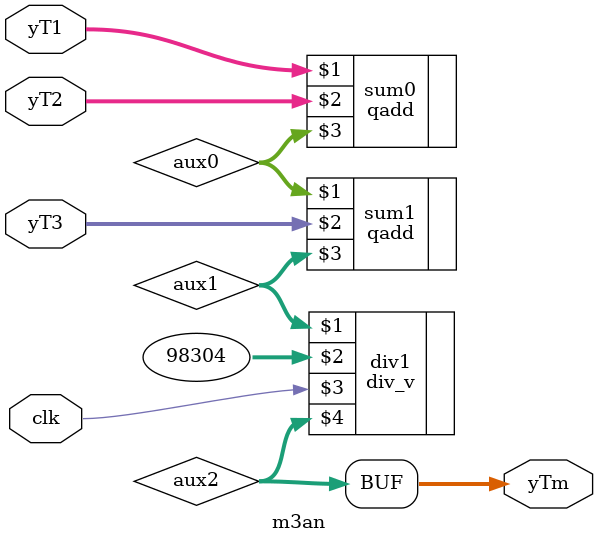
<source format=sv>
`timescale 1ns / 1ps

module m3an(
    clk,
    yT1,
    yT2,
    yT3,
    yTm
    );

//Entradas
input logic clk;
input logic [N-1:0] yT1;
input logic [N-1:0] yT2;
input logic [N-1:0] yT3;

// Salida
output logic [N-1:0] yTm;

// Parámetros 
parameter Q = 15;
parameter N = 28;

// Parámetros locales
localparam TRES = 98304;  // TRES = 3

//////////////////////////////////////////////// MODULO ////////////////////////////////////////

logic [N-1:0] aux0; 
qadd #(Q,N) sum0 ( yT1, yT2, aux0);

logic [N-1:0] aux1; 
qadd #(Q,N) sum1 ( aux0, yT3, aux1);

logic [N-1:0] aux2; 
div_v #(Q,N) div1 (aux1,TRES,clk,aux2);



assign yTm = aux2;

endmodule

</source>
